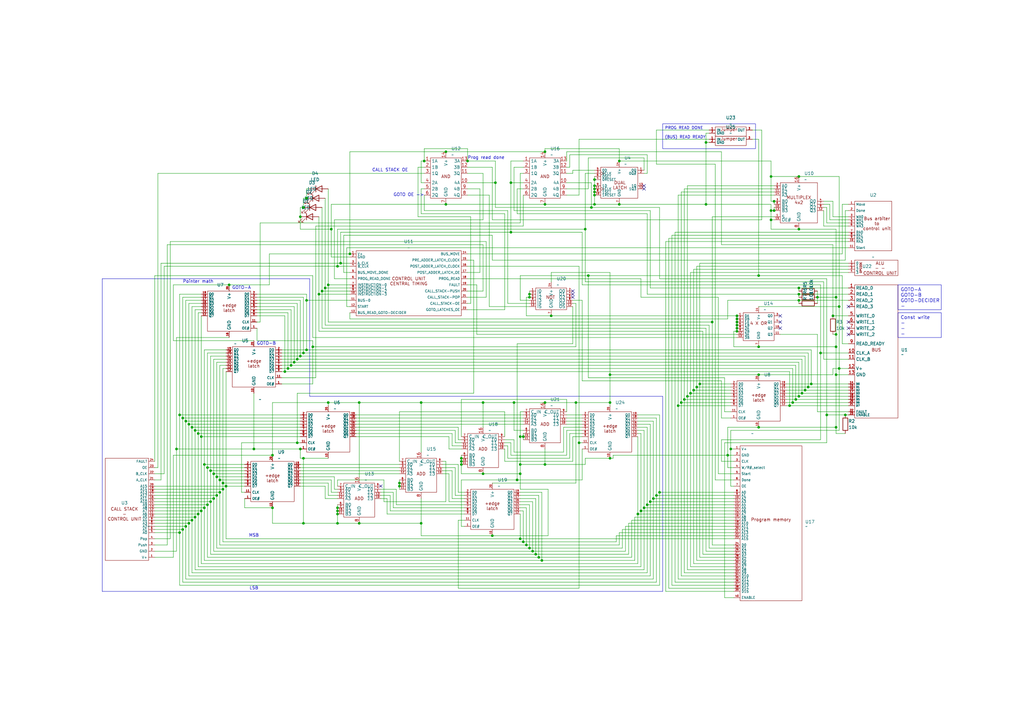
<source format=kicad_sch>
(kicad_sch (version 20231120) (generator "eeschema") (generator_version "8.0")
  (paper "A3")
  (junction (at 223.52 83.82))
  (junction (at 111.76 186.69))
  (junction (at 327.66 118.11))
  (junction (at 73.66 170.18))
  (junction (at 78.74 213.36))
  (junction (at 254 66.04))
  (junction (at 287.02 157.48))
  (junction (at 198.12 165.1))
  (junction (at 292.1 132.08))
  (junction (at 121.92 181.61))
  (junction (at 215.9 223.52))
  (junction (at 77.47 214.63))
  (junction (at 130.81 120.65))
  (junction (at 289.56 83.82))
  (junction (at 214.63 179.07))
  (junction (at 172.72 214.63))
  (junction (at 317.5 86.36))
  (junction (at 135.89 93.98))
  (junction (at 302.26 130.81))
  (junction (at 134.62 165.1))
  (junction (at 201.93 219.71))
  (junction (at 269.24 203.2))
  (junction (at 217.17 121.92))
  (junction (at 241.3 113.03))
  (junction (at 342.9 121.92))
  (junction (at 302.26 133.35))
  (junction (at 104.14 184.15))
  (junction (at 123.19 184.15))
  (junction (at 203.2 74.93))
  (junction (at 331.47 158.75))
  (junction (at 250.19 165.1))
  (junction (at 87.63 194.31))
  (junction (at 163.83 199.39))
  (junction (at 302.26 134.62))
  (junction (at 316.23 72.39))
  (junction (at 242.57 85.09))
  (junction (at 270.51 201.93))
  (junction (at 77.47 173.99))
  (junction (at 323.85 166.37))
  (junction (at 264.16 208.28))
  (junction (at 90.17 196.85))
  (junction (at 91.44 200.66))
  (junction (at 213.36 194.31))
  (junction (at 212.09 196.85))
  (junction (at 299.72 184.15))
  (junction (at 236.22 165.1))
  (junction (at 111.76 208.28))
  (junction (at 266.7 205.74))
  (junction (at 90.17 201.93))
  (junction (at 219.71 227.33))
  (junction (at 281.94 162.56))
  (junction (at 302.26 132.08))
  (junction (at 311.15 113.03))
  (junction (at 213.36 179.07))
  (junction (at 209.55 95.25))
  (junction (at 86.36 193.04))
  (junction (at 163.83 198.12))
  (junction (at 88.9 203.2))
  (junction (at 189.23 189.23))
  (junction (at 326.39 163.83))
  (junction (at 81.28 177.8))
  (junction (at 210.82 165.1))
  (junction (at 280.67 163.83))
  (junction (at 250.19 187.96))
  (junction (at 327.66 162.56))
  (junction (at 243.84 77.47))
  (junction (at 240.03 93.98))
  (junction (at 76.2 172.72))
  (junction (at 335.28 121.92))
  (junction (at 191.77 66.04))
  (junction (at 92.71 199.39))
  (junction (at 311.15 175.26))
  (junction (at 138.43 208.28))
  (junction (at 116.84 152.4))
  (junction (at 198.12 194.31))
  (junction (at 80.01 176.53))
  (junction (at 220.98 228.6))
  (junction (at 125.73 123.19))
  (junction (at 328.93 161.29))
  (junction (at 285.75 158.75))
  (junction (at 250.19 153.67))
  (junction (at 243.84 73.66))
  (junction (at 283.21 161.29))
  (junction (at 138.43 209.55))
  (junction (at 311.15 153.67))
  (junction (at 316.23 90.17))
  (junction (at 327.66 72.39))
  (junction (at 81.28 210.82))
  (junction (at 123.19 88.9))
  (junction (at 189.23 190.5))
  (junction (at 124.46 187.96))
  (junction (at 82.55 179.07))
  (junction (at 214.63 222.25))
  (junction (at 278.13 166.37))
  (junction (at 223.52 62.23))
  (junction (at 119.38 149.86))
  (junction (at 88.9 195.58))
  (junction (at 80.01 212.09))
  (junction (at 344.17 125.73))
  (junction (at 289.56 58.42))
  (junction (at 342.9 175.26))
  (junction (at 226.06 129.54))
  (junction (at 121.92 147.32))
  (junction (at 342.9 153.67))
  (junction (at 341.63 129.54))
  (junction (at 76.2 215.9))
  (junction (at 83.82 190.5))
  (junction (at 125.73 81.28))
  (junction (at 138.43 210.82))
  (junction (at 327.66 123.19))
  (junction (at 72.39 184.15))
  (junction (at 265.43 207.01))
  (junction (at 182.88 83.82))
  (junction (at 284.48 160.02))
  (junction (at 218.44 226.06))
  (junction (at 86.36 205.74))
  (junction (at 132.08 119.38))
  (junction (at 85.09 207.01))
  (junction (at 330.2 160.02))
  (junction (at 243.84 78.74))
  (junction (at 327.66 93.98))
  (junction (at 217.17 224.79))
  (junction (at 311.15 142.24))
  (junction (at 342.9 142.24))
  (junction (at 147.32 214.63))
  (junction (at 243.84 80.01))
  (junction (at 213.36 220.98))
  (junction (at 78.74 175.26))
  (junction (at 120.65 148.59))
  (junction (at 93.98 116.84))
  (junction (at 128.27 142.24))
  (junction (at 223.52 165.1))
  (junction (at 346.71 170.18))
  (junction (at 91.44 198.12))
  (junction (at 173.99 66.04))
  (junction (at 327.66 120.65))
  (junction (at 222.25 229.87))
  (junction (at 325.12 165.1))
  (junction (at 85.09 191.77))
  (junction (at 74.93 171.45))
  (junction (at 243.84 76.2))
  (junction (at 83.82 208.28))
  (junction (at 332.74 157.48))
  (junction (at 74.93 217.17))
  (junction (at 182.88 62.23))
  (junction (at 254 83.82))
  (junction (at 133.35 118.11))
  (junction (at 73.66 218.44))
  (junction (at 302.26 129.54))
  (junction (at 124.46 85.09))
  (junction (at 243.84 83.82))
  (junction (at 134.62 116.84))
  (junction (at 124.46 144.78))
  (junction (at 139.7 107.95))
  (junction (at 336.55 144.78))
  (junction (at 339.09 170.18))
  (junction (at 124.46 214.63))
  (junction (at 123.19 146.05))
  (junction (at 223.52 190.5))
  (junction (at 262.89 209.55))
  (junction (at 267.97 204.47))
  (junction (at 316.23 86.36))
  (junction (at 237.49 181.61))
  (junction (at 172.72 165.1))
  (junction (at 118.11 151.13))
  (junction (at 138.43 109.22))
  (junction (at 217.17 120.65))
  (junction (at 317.5 82.55))
  (junction (at 138.43 214.63))
  (junction (at 189.23 187.96))
  (junction (at 261.62 210.82))
  (junction (at 298.45 186.69))
  (junction (at 209.55 74.93))
  (junction (at 344.17 151.13))
  (junction (at 342.9 137.16))
  (junction (at 82.55 209.55))
  (junction (at 213.36 190.5))
  (junction (at 147.32 165.1))
  (junction (at 302.26 135.89))
  (junction (at 87.63 204.47))
  (junction (at 279.4 165.1))
  (junction (at 143.51 104.14))
  (junction (at 125.73 143.51))
  (no_connect (at 347.98 137.16))
  (no_connect (at 347.98 134.62))
  (no_connect (at 320.04 134.62))
  (no_connect (at 347.98 125.73))
  (no_connect (at 234.95 120.65))
  (no_connect (at 264.16 77.47))
  (no_connect (at 234.95 121.92))
  (no_connect (at 320.04 129.54))
  (no_connect (at 347.98 132.08))
  (no_connect (at 156.21 199.39))
  (no_connect (at 234.95 119.38))
  (no_connect (at 264.16 76.2))
  (no_connect (at 320.04 132.08))
  (wire (pts (xy 210.82 68.58) (xy 214.63 68.58)))
  (wire (pts (xy 278.13 237.49) (xy 300.99 237.49)))
  (wire (pts (xy 237.49 57.15) (xy 237.49 80.01)))
  (wire (pts (xy 194.31 161.29) (xy 121.92 161.29)))
  (wire (pts (xy 300.99 233.68) (xy 281.94 233.68)))
  (wire (pts (xy 341.63 100.33) (xy 295.91 100.33)))
  (wire (pts (xy 237.49 109.22) (xy 191.77 109.22)))
  (wire (pts (xy 116.84 152.4) (xy 323.85 152.4)))
  (wire (pts (xy 285.75 229.87) (xy 300.99 229.87)))
  (wire (pts (xy 186.69 191.77) (xy 186.69 203.2)))
  (wire (pts (xy 232.41 77.47) (xy 241.3 77.47)))
  (wire (pts (xy 63.5 194.31) (xy 67.31 194.31)))
  (polyline (pts (xy 127 162.56) (xy 127 114.3)))
  (wire (pts (xy 116.84 129.54) (xy 116.84 152.4)))
  (wire (pts (xy 300.99 218.44) (xy 254 218.44)))
  (wire (pts (xy 81.28 210.82) (xy 81.28 232.41)))
  (wire (pts (xy 85.09 191.77) (xy 100.33 191.77)))
  (wire (pts (xy 171.45 68.58) (xy 173.99 68.58)))
  (wire (pts (xy 196.85 111.76) (xy 196.85 77.47)))
  (wire (pts (xy 347.98 109.22) (xy 285.75 109.22)))
  (wire (pts (xy 63.5 213.36) (xy 78.74 213.36)))
  (wire (pts (xy 254 66.04) (xy 254 60.96)))
  (wire (pts (xy 322.58 163.83) (xy 326.39 163.83)))
  (wire (pts (xy 347.98 168.91) (xy 335.28 168.91)))
  (wire (pts (xy 213.36 113.03) (xy 213.36 123.19)))
  (wire (pts (xy 73.66 218.44) (xy 73.66 240.03)))
  (wire (pts (xy 275.59 240.03) (xy 300.99 240.03)))
  (wire (pts (xy 339.09 181.61) (xy 297.18 181.61)))
  (wire (pts (xy 302.26 130.81) (xy 302.26 132.08)))
  (wire (pts (xy 280.67 163.83) (xy 280.67 77.47)))
  (wire (pts (xy 83.82 229.87) (xy 222.25 229.87)))
  (wire (pts (xy 234.95 179.07) (xy 238.76 179.07)))
  (wire (pts (xy 345.44 83.82) (xy 345.44 104.14)))
  (wire (pts (xy 189.23 187.96) (xy 189.23 189.23)))
  (wire (pts (xy 123.19 176.53) (xy 80.01 176.53)))
  (wire (pts (xy 300.99 236.22) (xy 279.4 236.22)))
  (wire (pts (xy 340.36 83.82) (xy 340.36 90.17)))
  (wire (pts (xy 232.41 74.93) (xy 242.57 74.93)))
  (wire (pts (xy 252.73 222.25) (xy 214.63 222.25)))
  (wire (pts (xy 198.12 194.31) (xy 213.36 194.31)))
  (wire (pts (xy 342.9 137.16) (xy 342.9 142.24)))
  (wire (pts (xy 86.36 146.05) (xy 86.36 193.04)))
  (wire (pts (xy 323.85 166.37) (xy 347.98 166.37)))
  (wire (pts (xy 143.51 116.84) (xy 134.62 116.84)))
  (wire (pts (xy 210.82 185.42) (xy 231.14 185.42)))
  (wire (pts (xy 283.21 232.41) (xy 300.99 232.41)))
  (wire (pts (xy 83.82 229.87) (xy 83.82 208.28)))
  (wire (pts (xy 63.5 209.55) (xy 82.55 209.55)))
  (wire (pts (xy 213.36 204.47) (xy 219.71 204.47)))
  (wire (pts (xy 342.9 153.67) (xy 342.9 175.26)))
  (wire (pts (xy 335.28 168.91) (xy 335.28 137.16)))
  (wire (pts (xy 302.26 132.08) (xy 302.26 133.35)))
  (wire (pts (xy 76.2 123.19) (xy 76.2 172.72)))
  (wire (pts (xy 322.58 157.48) (xy 332.74 157.48)))
  (wire (pts (xy 63.5 214.63) (xy 77.47 214.63)))
  (wire (pts (xy 194.31 106.68) (xy 194.31 161.29)))
  (wire (pts (xy 209.55 74.93) (xy 214.63 74.93)))
  (wire (pts (xy 77.47 173.99) (xy 77.47 214.63)))
  (wire (pts (xy 327.66 162.56) (xy 327.66 148.59)))
  (wire (pts (xy 81.28 177.8) (xy 123.19 177.8)))
  (wire (pts (xy 217.17 207.01) (xy 217.17 224.79)))
  (wire (pts (xy 115.57 144.78) (xy 124.46 144.78)))
  (wire (pts (xy 322.58 166.37) (xy 323.85 166.37)))
  (wire (pts (xy 133.35 133.35) (xy 133.35 118.11)))
  (wire (pts (xy 275.59 96.52) (xy 347.98 96.52)))
  (wire (pts (xy 92.71 143.51) (xy 83.82 143.51)))
  (wire (pts (xy 186.69 203.2) (xy 190.5 203.2)))
  (wire (pts (xy 231.14 185.42) (xy 231.14 175.26)))
  (wire (pts (xy 185.42 182.88) (xy 185.42 177.8)))
  (wire (pts (xy 278.13 166.37) (xy 278.13 80.01)))
  (wire (pts (xy 261.62 177.8) (xy 262.89 177.8)))
  (wire (pts (xy 317.5 82.55) (xy 317.5 83.82)))
  (wire (pts (xy 298.45 175.26) (xy 311.15 175.26)))
  (wire (pts (xy 189.23 196.85) (xy 189.23 215.9)))
  (wire (pts (xy 254 83.82) (xy 289.56 83.82)))
  (wire (pts (xy 105.41 124.46) (xy 121.92 124.46)))
  (wire (pts (xy 198.12 119.38) (xy 198.12 100.33)))
  (wire (pts (xy 270.51 201.93) (xy 270.51 240.03)))
  (wire (pts (xy 104.14 139.7) (xy 71.12 139.7)))
  (wire (pts (xy 266.7 173.99) (xy 266.7 205.74)))
  (wire (pts (xy 82.55 129.54) (xy 82.55 179.07)))
  (wire (pts (xy 81.28 128.27) (xy 82.55 128.27)))
  (wire (pts (xy 133.35 199.39) (xy 123.19 199.39)))
  (wire (pts (xy 105.41 129.54) (xy 116.84 129.54)))
  (wire (pts (xy 295.91 62.23) (xy 232.41 62.23)))
  (wire (pts (xy 217.17 120.65) (xy 217.17 121.92)))
  (wire (pts (xy 118.11 151.13) (xy 115.57 151.13)))
  (wire (pts (xy 347.98 120.65) (xy 327.66 120.65)))
  (wire (pts (xy 207.01 189.23) (xy 234.95 189.23)))
  (wire (pts (xy 81.28 128.27) (xy 81.28 177.8)))
  (wire (pts (xy 299.72 184.15) (xy 300.99 184.15)))
  (wire (pts (xy 339.09 114.3) (xy 270.51 114.3)))
  (wire (pts (xy 342.9 175.26) (xy 311.15 175.26)))
  (wire (pts (xy 264.16 208.28) (xy 300.99 208.28)))
  (wire (pts (xy 182.88 62.23) (xy 223.52 62.23)))
  (wire (pts (xy 265.43 120.65) (xy 265.43 87.63)))
  (wire (pts (xy 123.19 146.05) (xy 330.2 146.05)))
  (wire (pts (xy 299.72 184.15) (xy 299.72 199.39)))
  (wire (pts (xy 261.62 210.82) (xy 300.99 210.82)))
  (wire (pts (xy 190.5 208.28) (xy 161.29 208.28)))
  (wire (pts (xy 347.98 123.19) (xy 327.66 123.19)))
  (wire (pts (xy 110.49 104.14) (xy 110.49 116.84)))
  (wire (pts (xy 138.43 210.82) (xy 138.43 214.63)))
  (wire (pts (xy 92.71 148.59) (xy 88.9 148.59)))
  (wire (pts (xy 287.02 157.48) (xy 299.72 157.48)))
  (wire (pts (xy 86.36 193.04) (xy 100.33 193.04)))
  (wire (pts (xy 86.36 227.33) (xy 86.36 205.74)))
  (wire (pts (xy 207.01 182.88) (xy 208.28 182.88)))
  (wire (pts (xy 344.17 176.53) (xy 299.72 176.53)))
  (wire (pts (xy 133.35 81.28) (xy 133.35 118.11)))
  (wire (pts (xy 300.99 224.79) (xy 290.83 224.79)))
  (wire (pts (xy 181.61 189.23) (xy 182.88 189.23)))
  (wire (pts (xy 336.55 180.34) (xy 295.91 180.34)))
  (wire (pts (xy 330.2 160.02) (xy 347.98 160.02)))
  (wire (pts (xy 138.43 196.85) (xy 138.43 199.39)))
  (wire (pts (xy 142.24 101.6) (xy 142.24 125.73)))
  (wire (pts (xy 327.66 93.98) (xy 342.9 93.98)))
  (wire (pts (xy 280.67 77.47) (xy 317.5 77.47)))
  (wire (pts (xy 254 60.96) (xy 223.52 60.96)))
  (wire (pts (xy 280.67 163.83) (xy 280.67 234.95)))
  (wire (pts (xy 266.7 86.36) (xy 210.82 86.36)))
  (wire (pts (xy 119.38 149.86) (xy 326.39 149.86)))
  (wire (pts (xy 135.89 201.93) (xy 138.43 201.93)))
  (wire (pts (xy 264.16 176.53) (xy 264.16 208.28)))
  (wire (pts (xy 322.58 161.29) (xy 328.93 161.29)))
  (wire (pts (xy 132.08 134.62) (xy 289.56 134.62)))
  (wire (pts (xy 339.09 91.44) (xy 339.09 85.09)))
  (wire (pts (xy 339.09 170.18) (xy 339.09 181.61)))
  (wire (pts (xy 111.76 186.69) (xy 71.12 186.69)))
  (wire (pts (xy 256.54 226.06) (xy 218.44 226.06)))
  (wire (pts (xy 189.23 190.5) (xy 189.23 194.31)))
  (wire (pts (xy 134.62 165.1) (xy 134.62 166.37)))
  (wire (pts (xy 187.96 201.93) (xy 187.96 190.5)))
  (wire (pts (xy 133.35 118.11) (xy 143.51 118.11)))
  (wire (pts (xy 299.72 168.91) (xy 297.18 168.91)))
  (wire (pts (xy 223.52 83.82) (xy 243.84 83.82)))
  (wire (pts (xy 260.35 229.87) (xy 222.25 229.87)))
  (wire (pts (xy 163.83 198.12) (xy 163.83 199.39)))
  (wire (pts (xy 276.86 95.25) (xy 276.86 238.76)))
  (wire (pts (xy 287.02 228.6) (xy 287.02 157.48)))
  (wire (pts (xy 172.72 74.93) (xy 173.99 74.93)))
  (wire (pts (xy 213.36 210.82) (xy 213.36 220.98)))
  (wire (pts (xy 195.58 116.84) (xy 191.77 116.84)))
  (wire (pts (xy 240.03 115.57) (xy 337.82 115.57)))
  (wire (pts (xy 298.45 186.69) (xy 298.45 175.26)))
  (wire (pts (xy 135.89 93.98) (xy 135.89 105.41)))
  (wire (pts (xy 316.23 83.82) (xy 316.23 86.36)))
  (wire (pts (xy 71.12 186.69) (xy 71.12 228.6)))
  (wire (pts (xy 259.08 213.36) (xy 259.08 228.6)))
  (wire (pts (xy 287.02 107.95) (xy 347.98 107.95)))
  (wire (pts (xy 232.41 186.69) (xy 209.55 186.69)))
  (wire (pts (xy 138.43 196.85) (xy 157.48 196.85)))
  (wire (pts (xy 82.55 209.55) (xy 82.55 231.14)))
  (wire (pts (xy 143.51 109.22) (xy 138.43 109.22)))
  (wire (pts (xy 213.36 209.55) (xy 214.63 209.55)))
  (wire (pts (xy 187.96 241.3) (xy 187.96 213.36)))
  (wire (pts (xy 212.09 196.85) (xy 189.23 196.85)))
  (wire (pts (xy 302.26 134.62) (xy 302.26 135.89)))
  (wire (pts (xy 106.68 132.08) (xy 105.41 132.08)))
  (wire (pts (xy 173.99 86.36) (xy 173.99 80.01)))
  (wire (pts (xy 210.82 165.1) (xy 198.12 165.1)))
  (wire (pts (xy 341.63 153.67) (xy 341.63 151.13)))
  (wire (pts (xy 341.63 82.55) (xy 337.82 82.55)))
  (wire (pts (xy 284.48 160.02) (xy 284.48 110.49)))
  (wire (pts (xy 162.56 207.01) (xy 190.5 207.01)))
  (wire (pts (xy 140.97 96.52) (xy 140.97 111.76)))
  (wire (pts (xy 135.89 105.41) (xy 143.51 105.41)))
  (wire (pts (xy 298.45 191.77) (xy 298.45 186.69)))
  (wire (pts (xy 316.23 93.98) (xy 327.66 93.98)))
  (wire (pts (xy 243.84 69.85) (xy 234.95 69.85)))
  (wire (pts (xy 294.64 121.92) (xy 294.64 194.31)))
  (wire (pts (xy 184.15 179.07) (xy 184.15 184.15)))
  (wire (pts (xy 328.93 161.29) (xy 347.98 161.29)))
  (wire (pts (xy 76.2 237.49) (xy 267.97 237.49)))
  (wire (pts (xy 332.74 157.48) (xy 332.74 143.51)))
  (wire (pts (xy 261.62 176.53) (xy 264.16 176.53)))
  (wire (pts (xy 63.5 223.52) (xy 68.58 223.52)))
  (wire (pts (xy 172.72 165.1) (xy 147.32 165.1)))
  (wire (pts (xy 63.5 205.74) (xy 86.36 205.74)))
  (wire (pts (xy 207.01 127) (xy 191.77 127)))
  (wire (pts (xy 125.73 77.47) (xy 125.73 81.28)))
  (wire (pts (xy 91.44 151.13) (xy 91.44 198.12)))
  (wire (pts (xy 231.14 175.26) (xy 238.76 175.26)))
  (wire (pts (xy 105.41 127) (xy 119.38 127)))
  (wire (pts (xy 297.18 181.61) (xy 297.18 245.11)))
  (wire (pts (xy 254 218.44) (xy 254 223.52)))
  (wire (pts (xy 347.98 144.78) (xy 336.55 144.78)))
  (wire (pts (xy 72.39 184.15) (xy 72.39 138.43)))
  (wire (pts (xy 191.77 60.96) (xy 173.99 60.96)))
  (wire (pts (xy 173.99 66.04) (xy 172.72 66.04)))
  (wire (pts (xy 139.7 95.25) (xy 209.55 95.25)))
  (wire (pts (xy 111.76 214.63) (xy 111.76 208.28)))
  (wire (pts (xy 92.71 199.39) (xy 100.33 199.39)))
  (wire (pts (xy 265.43 71.12) (xy 265.43 63.5)))
  (wire (pts (xy 200.66 80.01) (xy 191.77 80.01)))
  (wire (pts (xy 234.95 71.12) (xy 232.41 71.12)))
  (wire (pts (xy 213.36 123.19) (xy 217.17 123.19)))
  (wire (pts (xy 214.63 168.91) (xy 213.36 168.91)))
  (wire (pts (xy 156.21 203.2) (xy 160.02 203.2)))
  (wire (pts (xy 289.56 54.61) (xy 290.83 54.61)))
  (wire (pts (xy 283.21 161.29) (xy 283.21 232.41)))
  (wire (pts (xy 134.62 77.47) (xy 134.62 116.84)))
  (wire (pts (xy 123.19 146.05) (xy 123.19 123.19)))
  (wire (pts (xy 311.15 153.67) (xy 341.63 153.67)))
  (wire (pts (xy 123.19 85.09) (xy 123.19 88.9)))
  (wire (pts (xy 250.19 166.37) (xy 250.19 165.1)))
  (wire (pts (xy 86.36 227.33) (xy 219.71 227.33)))
  (wire (pts (xy 217.17 121.92) (xy 215.9 121.92)))
  (wire (pts (xy 138.43 214.63) (xy 124.46 214.63)))
  (wire (pts (xy 80.01 127) (xy 80.01 176.53)))
  (wire (pts (xy 213.36 200.66) (xy 224.79 200.66)))
  (wire (pts (xy 238.76 181.61) (xy 237.49 181.61)))
  (wire (pts (xy 212.09 140.97) (xy 234.95 140.97)))
  (wire (pts (xy 317.5 78.74) (xy 279.4 78.74)))
  (wire (pts (xy 104.14 184.15) (xy 72.39 184.15)))
  (wire (pts (xy 285.75 109.22) (xy 285.75 158.75)))
  (wire (pts (xy 86.36 193.04) (xy 86.36 205.74)))
  (wire (pts (xy 115.57 152.4) (xy 116.84 152.4)))
  (wire (pts (xy 140.97 111.76) (xy 143.51 111.76)))
  (wire (pts (xy 207.01 168.91) (xy 207.01 179.07)))
  (wire (pts (xy 299.72 176.53) (xy 299.72 184.15)))
  (wire (pts (xy 64.77 191.77) (xy 63.5 191.77)))
  (wire (pts (xy 143.51 130.81) (xy 143.51 128.27)))
  (wire (pts (xy 203.2 66.04) (xy 191.77 66.04)))
  (wire (pts (xy 232.41 176.53) (xy 232.41 186.69)))
  (wire (pts (xy 278.13 80.01) (xy 317.5 80.01)))
  (wire (pts (xy 243.84 83.82) (xy 254 83.82)))
  (wire (pts (xy 208.28 124.46) (xy 208.28 86.36)))
  (wire (pts (xy 111.76 165.1) (xy 111.76 186.69)))
  (wire (pts (xy 66.04 107.95) (xy 66.04 196.85)))
  (wire (pts (xy 121.92 181.61) (xy 123.19 181.61)))
  (wire (pts (xy 142.24 101.6) (xy 347.98 101.6)))
  (wire (pts (xy 138.43 207.01) (xy 138.43 208.28)))
  (wire (pts (xy 90.17 223.52) (xy 215.9 223.52)))
  (wire (pts (xy 295.91 100.33) (xy 295.91 62.23)))
  (wire (pts (xy 289.56 58.42) (xy 290.83 58.42)))
  (wire (pts (xy 270.51 170.18) (xy 270.51 201.93)))
  (wire (pts (xy 311.15 113.03) (xy 345.44 113.03)))
  (wire (pts (xy 234.95 189.23) (xy 234.95 179.07)))
  (wire (pts (xy 289.56 58.42) (xy 289.56 54.61)))
  (wire (pts (xy 209.55 74.93) (xy 209.55 95.25)))
  (wire (pts (xy 300.99 228.6) (xy 287.02 228.6)))
  (wire (pts (xy 213.36 220.98) (xy 300.99 220.98)))
  (wire (pts (xy 87.63 204.47) (xy 87.63 194.31)))
  (wire (pts (xy 270.51 201.93) (xy 300.99 201.93)))
  (wire (pts (xy 207.01 87.63) (xy 207.01 127)))
  (wire (pts (xy 190.5 210.82) (xy 158.75 210.82)))
  (wire (pts (xy 83.82 143.51) (xy 83.82 190.5)))
  (wire (pts (xy 87.63 147.32) (xy 87.63 194.31)))
  (wire (pts (xy 182.88 189.23) (xy 182.88 205.74)))
  (wire (pts (xy 255.27 224.79) (xy 217.17 224.79)))
  (wire (pts (xy 128.27 138.43) (xy 302.26 138.43)))
  (wire (pts (xy 83.82 190.5) (xy 100.33 190.5)))
  (wire (pts (xy 124.46 187.96) (xy 124.46 214.63)))
  (wire (pts (xy 214.63 66.04) (xy 209.55 66.04)))
  (wire (pts (xy 213.36 194.31) (xy 213.36 200.66)))
  (wire (pts (xy 283.21 111.76) (xy 283.21 161.29)))
  (wire (pts (xy 224.79 219.71) (xy 224.79 200.66)))
  (wire (pts (xy 300.99 242.57) (xy 273.05 242.57)))
  (wire (pts (xy 172.72 165.1) (xy 172.72 185.42)))
  (polyline (pts (xy 41.91 114.3) (xy 127 114.3)))
  (wire (pts (xy 347.98 118.11) (xy 327.66 118.11)))
  (wire (pts (xy 302.26 135.89) (xy 300.99 135.89)))
  (wire (pts (xy 123.19 198.12) (xy 134.62 198.12)))
  (wire (pts (xy 278.13 166.37) (xy 278.13 237.49)))
  (wire (pts (xy 243.84 80.01) (xy 243.84 83.82)))
  (wire (pts (xy 325.12 165.1) (xy 347.98 165.1)))
  (wire (pts (xy 346.71 86.36) (xy 346.71 106.68)))
  (polyline (pts (xy 41.91 114.3) (xy 41.91 242.57)))
  (wire (pts (xy 91.44 198.12) (xy 100.33 198.12)))
  (wire (pts (xy 233.68 177.8) (xy 238.76 177.8)))
  (wire (pts (xy 69.85 99.06) (xy 199.39 99.06)))
  (wire (pts (xy 130.81 120.65) (xy 143.51 120.65)))
  (wire (pts (xy 326.39 149.86) (xy 326.39 163.83)))
  (wire (pts (xy 285.75 158.75) (xy 285.75 229.87)))
  (wire (pts (xy 295.91 189.23) (xy 300.99 189.23)))
  (wire (pts (xy 63.5 203.2) (xy 88.9 203.2)))
  (wire (pts (xy 238.76 196.85) (xy 212.09 196.85)))
  (wire (pts (xy 233.68 68.58) (xy 232.41 68.58)))
  (wire (pts (xy 125.73 120.65) (xy 105.41 120.65)))
  (wire (pts (xy 63.5 228.6) (xy 71.12 228.6)))
  (wire (pts (xy 120.65 125.73) (xy 105.41 125.73)))
  (wire (pts (xy 80.01 176.53) (xy 80.01 212.09)))
  (wire (pts (xy 104.14 184.15) (xy 104.14 161.29)))
  (wire (pts (xy 134.62 165.1) (xy 147.32 165.1)))
  (wire (pts (xy 212.09 77.47) (xy 214.63 77.47)))
  (wire (pts (xy 91.44 222.25) (xy 91.44 200.66)))
  (wire (pts (xy 262.89 114.3) (xy 262.89 121.92)))
  (wire (pts (xy 71.12 116.84) (xy 93.98 116.84)))
  (wire (pts (xy 289.56 134.62) (xy 289.56 226.06)))
  (wire (pts (xy 88.9 224.79) (xy 88.9 203.2)))
  (wire (pts (xy 280.67 234.95) (xy 300.99 234.95)))
  (wire (pts (xy 269.24 203.2) (xy 300.99 203.2)))
  (wire (pts (xy 130.81 135.89) (xy 130.81 120.65)))
  (wire (pts (xy 226.06 129.54) (xy 302.26 129.54)))
  (wire (pts (xy 226.06 115.57) (xy 226.06 111.76)))
  (wire (pts (xy 63.5 215.9) (xy 76.2 215.9)))
  (wire (pts (xy 327.66 120.65) (xy 265.43 120.65)))
  (wire (pts (xy 336.55 144.78) (xy 336.55 180.34)))
  (wire (pts (xy 138.43 93.98) (xy 240.03 93.98)))
  (wire (pts (xy 292.1 88.9) (xy 317.5 88.9)))
  (wire (pts (xy 265.43 175.26) (xy 265.43 207.01)))
  (wire (pts (xy 147.32 165.1) (xy 147.32 195.58)))
  (polyline (pts (xy 271.78 242.57) (xy 271.78 162.56)))
  (wire (pts (xy 347.98 129.54) (xy 341.63 129.54)))
  (wire (pts (xy 124.46 144.78) (xy 331.47 144.78)))
  (wire (pts (xy 273.05 99.06) (xy 273.05 242.57)))
  (wire (pts (xy 261.62 210.82) (xy 261.62 231.14)))
  (wire (pts (xy 198.12 90.17) (xy 137.16 90.17)))
  (wire (pts (xy 308.61 57.15) (xy 311.15 57.15)))
  (wire (pts (xy 327.66 123.19) (xy 298.45 123.19)))
  (wire (pts (xy 182.88 83.82) (xy 223.52 83.82)))
  (wire (pts (xy 335.28 121.92) (xy 342.9 121.92)))
  (wire (pts (xy 299.72 163.83) (xy 280.67 163.83)))
  (wire (pts (xy 215.9 129.54) (xy 226.06 129.54)))
  (wire (pts (xy 292.1 132.08) (xy 292.1 223.52)))
  (wire (pts (xy 92.71 152.4) (xy 92.71 199.39)))
  (wire (pts (xy 316.23 66.04) (xy 316.23 72.39)))
  (wire (pts (xy 284.48 110.49) (xy 347.98 110.49)))
  (wire (pts (xy 317.5 86.36) (xy 316.23 86.36)))
  (wire (pts (xy 147.32 214.63) (xy 172.72 214.63)))
  (wire (pts (xy 325.12 165.1) (xy 325.12 151.13)))
  (wire (pts (xy 222.25 201.93) (xy 222.25 229.87)))
  (wire (pts (xy 290.83 133.35) (xy 290.83 224.79)))
  (wire (pts (xy 191.77 104.14) (xy 345.44 104.14)))
  (wire (pts (xy 124.46 81.28) (xy 124.46 85.09)))
  (wire (pts (xy 146.05 172.72) (xy 214.63 172.72)))
  (wire (pts (xy 213.36 205.74) (xy 218.44 205.74)))
  (wire (pts (xy 342.9 142.24) (xy 342.9 153.67)))
  (wire (pts (xy 123.19 191.77) (xy 163.83 191.77)))
  (wire (pts (xy 233.68 187.96) (xy 233.68 177.8)))
  (wire (pts (xy 68.58 100.33) (xy 68.58 223.52)))
  (wire (pts (xy 214.63 71.12) (xy 213.36 71.12)))
  (wire (pts (xy 187.96 180.34) (xy 187.96 175.26)))
  (wire (pts (xy 199.39 99.06) (xy 199.39 121.92)))
  (wire (pts (xy 276.86 238.76) (xy 300.99 238.76)))
  (wire (pts (xy 78.74 175.26) (xy 123.19 175.26)))
  (wire (pts (xy 344.17 151.13) (xy 344.17 176.53)))
  (wire (pts (xy 209.55 181.61) (xy 207.01 181.61)))
  (wire (pts (xy 332.74 157.48) (xy 347.98 157.48)))
  (wire (pts (xy 73.66 170.18) (xy 123.19 170.18)))
  (wire (pts (xy 341.63 137.16) (xy 342.9 137.16)))
  (wire (pts (xy 198.12 100.33) (xy 68.58 100.33)))
  (wire (pts (xy 105.41 121.92) (xy 124.46 121.92)))
  (wire (pts (xy 284.48 231.14) (xy 284.48 160.02)))
  (wire (pts (xy 92.71 146.05) (xy 86.36 146.05)))
  (wire (pts (xy 300.99 135.89) (xy 300.99 142.24)))
  (wire (pts (xy 129.54 154.94) (xy 129.54 92.71)))
  (wire (pts (xy 63.5 212.09) (xy 80.01 212.09)))
  (wire (pts (xy 288.29 227.33) (xy 288.29 135.89)))
  (wire (pts (xy 254 223.52) (xy 215.9 223.52)))
  (wire (pts (xy 241.3 77.47) (xy 241.3 64.77)))
  (wire (pts (xy 226.06 111.76) (xy 250.19 111.76)))
  (wire (pts (xy 88.9 148.59) (xy 88.9 195.58)))
  (wire (pts (xy 172.72 204.47) (xy 172.72 214.63)))
  (wire (pts (xy 265.43 63.5) (xy 233.68 63.5)))
  (wire (pts (xy 327.66 120.65) (xy 327.66 121.92)))
  (wire (pts (xy 322.58 162.56) (xy 327.66 162.56)))
  (wire (pts (xy 163.83 199.39) (xy 163.83 200.66)))
  (wire (pts (xy 158.75 210.82) (xy 158.75 204.47)))
  (wire (pts (xy 90.17 196.85) (xy 100.33 196.85)))
  (wire (pts (xy 189.23 186.69) (xy 189.23 187.96)))
  (wire (pts (xy 172.72 219.71) (xy 201.93 219.71)))
  (wire (pts (xy 236.22 142.24) (xy 128.27 142.24)))
  (wire (pts (xy 134.62 132.08) (xy 292.1 132.08)))
  (wire (pts (xy 191.77 71.12) (xy 198.12 71.12)))
  (wire (pts (xy 232.41 62.23) (xy 232.41 66.04)))
  (wire (pts (xy 347.98 88.9) (xy 341.63 88.9)))
  (wire (pts (xy 256.54 215.9) (xy 256.54 226.06)))
  (wire (pts (xy 130.81 135.89) (xy 288.29 135.89)))
  (wire (pts (xy 327.66 162.56) (xy 347.98 162.56)))
  (wire (pts (xy 137.16 114.3) (xy 143.51 114.3)))
  (wire (pts (xy 279.4 78.74) (xy 279.4 165.1)))
  (wire (pts (xy 241.3 154.94) (xy 241.3 113.03)))
  (wire (pts (xy 232.41 171.45) (xy 238.76 171.45)))
  (wire (pts (xy 295.91 171.45) (xy 295.91 156.21)))
  (wire (pts (xy 241.3 64.77) (xy 264.16 64.77)))
  (wire (pts (xy 91.44 200.66) (xy 91.44 198.12)))
  (wire (pts (xy 316.23 72.39) (xy 327.66 72.39)))
  (wire (pts (xy 120.65 148.59) (xy 115.57 148.59)))
  (polyline (pts (xy 41.91 242.57) (xy 271.78 242.57)))
  (wire (pts (xy 327.66 148.59) (xy 120.65 148.59)))
  (wire (pts (xy 201.93 90.17) (xy 312.42 90.17)))
  (wire (pts (xy 208.28 182.88) (xy 208.28 187.96)))
  (wire (pts (xy 242.57 85.09) (xy 203.2 85.09)))
  (wire (pts (xy 185.42 193.04) (xy 185.42 204.47)))
  (wire (pts (xy 77.47 173.99) (xy 123.19 173.99)))
  (wire (pts (xy 341.63 151.13) (xy 344.17 151.13)))
  (wire (pts (xy 251.46 187.96) (xy 250.19 187.96)))
  (wire (pts (xy 275.59 96.52) (xy 275.59 240.03)))
  (wire (pts (xy 162.56 200.66) (xy 162.56 207.01)))
  (wire (pts (xy 187.96 213.36) (xy 190.5 213.36)))
  (wire (pts (xy 123.19 146.05) (xy 115.57 146.05)))
  (wire (pts (xy 74.93 121.92) (xy 74.93 171.45)))
  (wire (pts (xy 232.41 163.83) (xy 232.41 168.91)))
  (wire (pts (xy 214.63 209.55) (xy 214.63 222.25)))
  (wire (pts (xy 85.09 228.6) (xy 85.09 207.01)))
  (wire (pts (xy 76.2 172.72) (xy 123.19 172.72)))
  (wire (pts (xy 143.51 62.23) (xy 182.88 62.23)))
  (wire (pts (xy 212.09 87.63) (xy 212.09 77.47)))
  (wire (pts (xy 123.19 123.19) (xy 105.41 123.19)))
  (wire (pts (xy 64.77 71.12) (xy 64.77 191.77)))
  (wire (pts (xy 297.18 245.11) (xy 300.99 245.11)))
  (wire (pts (xy 335.28 121.92) (xy 335.28 124.46)))
  (wire (pts (xy 238.76 184.15) (xy 238.76 196.85)))
  (wire (pts (xy 287.02 157.48) (xy 287.02 107.95)))
  (wire (pts (xy 345.44 113.03) (xy 345.44 140.97)))
  (wire (pts (xy 218.44 205.74) (xy 218.44 226.06)))
  (wire (pts (xy 234.95 69.85) (xy 234.95 71.12)))
  (wire (pts (xy 336.55 144.78) (xy 336.55 116.84)))
  (wire (pts (xy 182.88 83.82) (xy 135.89 83.82)))
  (wire (pts (xy 281.94 162.56) (xy 299.72 162.56)))
  (wire (pts (xy 232.41 170.18) (xy 238.76 170.18)))
  (wire (pts (xy 341.63 129.54) (xy 341.63 100.33)))
  (wire (pts (xy 135.89 83.82) (xy 135.89 93.98)))
  (wire (pts (xy 76.2 172.72) (xy 76.2 215.9)))
  (wire (pts (xy 173.99 60.96) (xy 173.99 66.04)))
  (wire (pts (xy 234.95 124.46) (xy 236.22 124.46)))
  (wire (pts (xy 284.48 160.02) (xy 299.72 160.02)))
  (wire (pts (xy 121.92 161.29) (xy 121.92 181.61)))
  (wire (pts (xy 99.06 181.61) (xy 99.06 201.93)))
  (wire (pts (xy 297.18 154.94) (xy 241.3 154.94)))
  (wire (pts (xy 187.96 201.93) (xy 190.5 201.93)))
  (wire (pts (xy 74.93 171.45) (xy 74.93 217.17)))
  (wire (pts (xy 63.5 217.17) (xy 74.93 217.17)))
  (wire (pts (xy 125.73 123.19) (xy 143.51 123.19)))
  (wire (pts (xy 279.4 165.1) (xy 299.72 165.1)))
  (wire (pts (xy 189.23 215.9) (xy 190.5 215.9)))
  (wire (pts (xy 105.41 139.7) (xy 105.41 134.62)))
  (wire (pts (xy 137.16 200.66) (xy 137.16 195.58)))
  (wire (pts (xy 195.58 137.16) (xy 302.26 137.16)))
  (wire (pts (xy 298.45 130.81) (xy 143.51 130.81)))
  (wire (pts (xy 128.27 139.7) (xy 128.27 142.24)))
  (wire (pts (xy 340.36 90.17) (xy 347.98 90.17)))
  (wire (pts (xy 191.77 119.38) (xy 198.12 119.38)))
  (wire (pts (xy 198.12 71.12) (xy 198.12 90.17)))
  (wire (pts (xy 125.73 143.51) (xy 115.57 143.51)))
  (wire (pts (xy 300.99 191.77) (xy 298.45 191.77)))
  (wire (pts (xy 87.63 194.31) (xy 100.33 194.31)))
  (wire (pts (xy 134.62 116.84) (xy 134.62 132.08)))
  (wire (pts (xy 172.72 87.63) (xy 207.01 87.63)))
  (wire (pts (xy 238.76 156.21) (xy 238.76 123.19)))
  (wire (pts (xy 281.94 233.68) (xy 281.94 162.56)))
  (wire (pts (xy 142.24 125.73) (xy 143.51 125.73)))
  (wire (pts (xy 120.65 148.59) (xy 120.65 125.73)))
  (wire (pts (xy 269.24 53.34) (xy 290.83 53.34)))
  (wire (pts (xy 63.5 199.39) (xy 92.71 199.39)))
  (wire (pts (xy 297.18 168.91) (xy 297.18 154.94)))
  (wire (pts (xy 129.54 92.71) (xy 214.63 92.71)))
  (wire (pts (xy 232.41 163.83) (xy 189.23 163.83)))
  (wire (pts (xy 78.74 213.36) (xy 78.74 234.95)))
  (wire (pts (xy 88.9 195.58) (xy 100.33 195.58)))
  (wire (pts (xy 189.23 180.34) (xy 187.96 180.34)))
  (wire (pts (xy 302.26 129.54) (xy 302.26 130.81)))
  (wire (pts (xy 257.81 227.33) (xy 219.71 227.33)))
  (wire (pts (xy 125.73 123.19) (xy 125.73 120.65)))
  (wire (pts (xy 130.81 88.9) (xy 130.81 120.65)))
  (wire (pts (xy 316.23 86.36) (xy 316.23 90.17)))
  (wire (pts (xy 63.5 220.98) (xy 69.85 220.98)))
  (wire (pts (xy 208.28 86.36) (xy 173.99 86.36)))
  (wire (pts (xy 199.39 121.92) (xy 191.77 121.92)))
  (wire (pts (xy 213.36 203.2) (xy 220.98 203.2)))
  (wire (pts (xy 77.47 214.63) (xy 77.47 236.22)))
  (wire (pts (xy 300.99 199.39) (xy 299.72 199.39)))
  (wire (pts (xy 128.27 138.43) (xy 128.27 113.03)))
  (wire (pts (xy 300.99 213.36) (xy 259.08 213.36)))
  (wire (pts (xy 342.9 153.67) (xy 347.98 153.67)))
  (wire (pts (xy 345.44 140.97) (xy 347.98 140.97)))
  (wire (pts (xy 133.35 204.47) (xy 138.43 204.47)))
  (wire (pts (xy 342.9 175.26) (xy 342.9 177.8)))
  (wire (pts (xy 78.74 175.26) (xy 78.74 213.36)))
  (wire (pts (xy 81.28 177.8) (xy 81.28 210.82)))
  (wire (pts (xy 123.19 179.07) (xy 82.55 179.07)))
  (wire (pts (xy 115.57 147.32) (xy 121.92 147.32)))
  (wire (pts (xy 311.15 142.24) (xy 342.9 142.24)))
  (wire (pts (xy 189.23 194.31) (xy 198.12 194.31)))
  (wire (pts (xy 316.23 90.17) (xy 316.23 93.98)))
  (wire (pts (xy 210.82 180.34) (xy 210.82 185.42)))
  (wire (pts (xy 223.52 60.96) (xy 223.52 62.23)))
  (wire (pts (xy 252.73 219.71) (xy 300.99 219.71)))
  (wire (pts (xy 252.73 222.25) (xy 252.73 219.71)))
  (wire (pts (xy 295.91 156.21) (xy 238.76 156.21)))
  (wire (pts (xy 173.99 77.47) (xy 172.72 77.47)))
  (wire (pts (xy 87.63 226.06) (xy 87.63 204.47)))
  (wire (pts (xy 90.17 223.52) (xy 90.17 201.93)))
  (wire (pts (xy 299.72 166.37) (xy 278.13 166.37)))
  (wire (pts (xy 138.43 208.28) (xy 138.43 209.55)))
  (wire (pts (xy 347.98 86.36) (xy 346.71 86.36)))
  (wire (pts (xy 241.3 113.03) (xy 311.15 113.03)))
  (wire (pts (xy 121.92 147.32) (xy 328.93 147.32)))
  (wire (pts (xy 311.15 57.15) (xy 311.15 113.03)))
  (wire (pts (xy 161.29 208.28) (xy 161.29 201.93)))
  (wire (pts (xy 260.35 229.87) (xy 260.35 212.09)))
  (wire (pts (xy 236.22 165.1) (xy 250.19 165.1)))
  (wire (pts (xy 223.52 184.15) (xy 223.52 190.5)))
  (wire (pts (xy 217.17 125.73) (xy 200.66 125.73)))
  (wire (pts (xy 261.62 175.26) (xy 265.43 175.26)))
  (wire (pts (xy 251.46 186.69) (xy 251.46 187.96)))
  (wire (pts (xy 302.26 133.35) (xy 302.26 134.62)))
  (wire (pts (xy 156.21 200.66) (xy 162.56 200.66)))
  (wire (pts (xy 200.66 125.73) (xy 200.66 80.01)))
  (wire (pts (xy 346.71 170.18) (xy 339.09 170.18)))
  (wire (pts (xy 213.36 71.12) (xy 213.36 91.44)))
  (wire (pts (xy 213.36 190.5) (xy 213.36 194.31)))
  (wire (pts (xy 67.31 194.31) (xy 67.31 109.22)))
  (wire (pts (xy 238.76 95.25) (xy 209.55 95.25)))
  (wire (pts (xy 201.93 198.12) (xy 236.22 198.12)))
  (wire (pts (xy 213.36 168.91) (xy 213.36 179.07)))
  (wire (pts (xy 316.23 82.55) (xy 316.23 72.39)))
  (wire (pts (xy 237.49 181.61) (xy 237.49 241.3)))
  (wire (pts (xy 267.97 204.47) (xy 267.97 237.49)))
  (wire (pts (xy 83.82 208.28) (xy 83.82 190.5)))
  (wire (pts (xy 243.84 71.12) (xy 240.03 71.12)))
  (wire (pts (xy 73.66 120.65) (xy 82.55 120.65)))
  (wire (pts (xy 139.7 107.95) (xy 143.51 107.95)))
  (wire (pts (xy 134.62 203.2) (xy 134.62 198.12)))
  (wire (pts (xy 214.63 80.01) (xy 214.63 92.71)))
  (wire (pts (xy 201.93 90.17) (xy 201.93 68.58)))
  (wire (pts (xy 347.98 97.79) (xy 274.32 97.79)))
  (wire (pts (xy 344.17 72.39) (xy 327.66 72.39)))
  (wire (pts (xy 347.98 91.44) (xy 339.09 91.44)))
  (wire (pts (xy 342.9 177.8) (xy 346.71 177.8)))
  (wire (pts (xy 209.55 186.69) (xy 209.55 181.61)))
  (wire (pts (xy 90.17 196.85) (xy 90.17 149.86)))
  (wire (pts (xy 203.2 85.09) (xy 203.2 74.93)))
  (wire (pts (xy 193.04 88.9) (xy 171.45 88.9)))
  (wire (pts (xy 72.39 226.06) (xy 63.5 226.06)))
  (wire (pts (xy 223.52 165.1) (xy 210.82 165.1)))
  (wire (pts (xy 347.98 83.82) (xy 345.44 83.82)))
  (wire (pts (xy 250.19 153.67) (xy 250.19 165.1)))
  (wire (pts (xy 123.19 184.15) (xy 123.19 187.96)))
  (wire (pts (xy 138.43 209.55) (xy 138.43 210.82)))
  (wire (pts (xy 237.49 241.3) (xy 187.96 241.3)))
  (wire (pts (xy 147.32 214.63) (xy 138.43 214.63)))
  (wire (pts (xy 186.69 176.53) (xy 186.69 181.61)))
  (wire (pts (xy 265.43 207.01) (xy 265.43 234.95)))
  (wire (pts (xy 339.09 170.18) (xy 339.09 114.3)))
  (wire (pts (xy 139.7 107.95) (xy 66.04 107.95)))
  (wire (pts (xy 85.09 207.01) (xy 85.09 191.77)))
  (wire (pts (xy 311.15 153.67) (xy 250.19 153.67)))
  (wire (pts (xy 106.68 91.44) (xy 106.68 132.08)))
  (wire (pts (xy 331.47 144.78) (xy 331.47 158.75)))
  (wire (pts (xy 198.12 165.1) (xy 172.72 165.1)))
  (wire (pts (xy 264.16 71.12) (xy 265.43 71.12)))
  (wire (pts (xy 123.19 195.58) (xy 137.16 195.58)))
  (wire (pts (xy 217.17 119.38) (xy 217.17 120.65)))
  (wire (pts (xy 312.42 53.34) (xy 308.61 53.34)))
  (wire (pts (xy 172.72 66.04) (xy 172.72 74.93)))
  (wire (pts (xy 172.72 214.63) (xy 172.72 219.71)))
  (wire (pts (xy 69.85 220.98) (xy 69.85 99.06)))
  (wire (pts (xy 76.2 215.9) (xy 76.2 237.49)))
  (wire (pts (xy 146.05 176.53) (xy 186.69 176.53)))
  (wire (pts (xy 189.23 163.83) (xy 189.23 179.07)))
  (wire (pts (xy 219.71 204.47) (xy 219.71 227.33)))
  (wire (pts (xy 279.4 236.22) (xy 279.4 165.1)))
  (wire (pts (xy 127 77.47) (xy 125.73 77.47)))
  (wire (pts (xy 217.17 124.46) (xy 208.28 124.46)))
  (wire (pts (xy 347.98 147.32) (xy 337.82 147.32)))
  (wire (pts (xy 267.97 172.72) (xy 267.97 204.47)))
  (wire (pts (xy 191.77 114.3) (xy 262.89 114.3)))
  (wire (pts (xy 93.98 116.84) (xy 110.49 116.84)))
  (wire (pts (xy 181.61 194.31) (xy 184.15 194.31)))
  (wire (pts (xy 214.63 179.07) (xy 214.63 180.34)))
  (wire (pts (xy 300.99 215.9) (xy 256.54 215.9)))
  (wire (pts (xy 85.09 191.77) (xy 85.09 144.78)))
  (wire (pts (xy 63.5 201.93) (xy 90.17 201.93)))
  (wire (pts (xy 262.89 209.55) (xy 300.99 209.55)))
  (wire (pts (xy 269.24 203.2) (xy 269.24 238.76)))
  (wire (pts (xy 125.73 81.28) (xy 124.46 81.28)))
  (wire (pts (xy 243.84 77.47) (xy 243.84 78.74)))
  (wire (pts (xy 195.58 137.16) (xy 195.58 116.84)))
  (wire (pts (xy 66.04 196.85) (xy 63.5 196.85)))
  (wire (pts (xy 63.5 189.23) (xy 63.5 113.03)))
  (wire (pts (xy 146.05 179.07) (xy 184.15 179.07)))
  (wire (pts (xy 146.05 173.99) (xy 214.63 173.99)))
  (wire (pts (xy 210.82 176.53) (xy 210.82 165.1)))
  (wire (pts (xy 134.62 165.1) (xy 111.76 165.1)))
  (wire (pts (xy 236.22 165.1) (xy 223.52 165.1)))
  (wire (pts (xy 76.2 123.19) (xy 82.55 123.19)))
  (wire (pts (xy 72.39 184.15) (xy 72.39 226.06)))
  (wire (pts (xy 261.62 173.99) (xy 266.7 173.99)))
  (wire (pts (xy 327.66 118.11) (xy 327.66 119.38)))
  (wire (pts (xy 273.05 99.06) (xy 347.98 99.06)))
  (wire (pts (xy 289.56 83.82) (xy 316.23 83.82)))
  (wire (pts (xy 337.82 86.36) (xy 337.82 92.71)))
  (wire (pts (xy 123.19 93.98) (xy 135.89 93.98)))
  (wire (pts (xy 299.72 171.45) (xy 295.91 171.45)))
  (wire (pts (xy 237.49 181.61) (xy 237.49 109.22)))
  (wire (pts (xy 123.19 184.15) (xy 104.14 184.15)))
  (wire (pts (xy 240.03 71.12) (xy 240.03 93.98)))
  (wire (pts (xy 299.72 161.29) (xy 283.21 161.29)))
  (wire (pts (xy 292.1 88.9) (xy 292.1 132.08)))
  (wire (pts (xy 213.36 190.5) (xy 223.52 190.5)))
  (wire (pts (xy 250.19 111.76) (xy 250.19 153.67)))
  (wire (pts (xy 201.93 219.71) (xy 224.79 219.71)))
  (wire (pts (xy 115.57 149.86) (xy 119.38 149.86)))
  (wire (pts (xy 327.66 118.11) (xy 266.7 118.11)))
  (wire (pts (xy 261.62 170.18) (xy 270.51 170.18)))
  (wire (pts (xy 67.31 109.22) (xy 138.43 109.22)))
  (wire (pts (xy 243.84 73.66) (xy 243.84 76.2)))
  (wire (pts (xy 63.5 207.01) (xy 85.09 207.01)))
  (wire (pts (xy 270.51 114.3) (xy 270.51 85.09)))
  (polyline (pts (xy 127 162.56) (xy 271.78 162.56)))
  (wire (pts (xy 243.84 76.2) (xy 243.84 77.47)))
  (wire (pts (xy 99.06 201.93) (xy 100.33 201.93)))
  (wire (pts (xy 270.51 85.09) (xy 242.57 85.09)))
  (wire (pts (xy 259.08 228.6) (xy 220.98 228.6)))
  (wire (pts (xy 243.84 78.74) (xy 243.84 80.01)))
  (wire (pts (xy 232.41 172.72) (xy 238.76 172.72)))
  (wire (pts (xy 121.92 124.46) (xy 121.92 147.32)))
  (wire (pts (xy 267.97 204.47) (xy 300.99 204.47)))
  (wire (pts (xy 342.9 93.98) (xy 342.9 121.92)))
  (wire (pts (xy 92.71 199.39) (xy 92.71 220.98)))
  (wire (pts (xy 85.09 144.78) (xy 92.71 144.78)))
  (wire (pts (xy 123.19 196.85) (xy 135.89 196.85)))
  (wire (pts (xy 203.2 74.93) (xy 203.2 66.04)))
  (wire (pts (xy 328.93 147.32) (xy 328.93 161.29)))
  (wire (pts (xy 92.71 151.13) (xy 91.44 151.13)))
  (wire (pts (xy 331.47 158.75) (xy 347.98 158.75)))
  (wire (pts (xy 160.02 203.2) (xy 160.02 209.55)))
  (wire (pts (xy 87.63 147.32) (xy 92.71 147.32)))
  (wire (pts (xy 289.56 226.06) (xy 300.99 226.06)))
  (wire (pts (xy 191.77 106.68) (xy 194.31 106.68)))
  (wire (pts (xy 138.43 203.2) (xy 134.62 203.2)))
  (wire (pts (xy 125.73 143.51) (xy 125.73 123.19)))
  (wire (pts (xy 193.04 124.46) (xy 193.04 88.9)))
  (wire (pts (xy 266.7 205.74) (xy 300.99 205.74)))
  (wire (pts (xy 135.89 196.85) (xy 135.89 201.93)))
  (wire (pts (xy 262.89 209.55) (xy 262.89 232.41)))
  (wire (pts (xy 254 66.04) (xy 316.23 66.04)))
  (wire (pts (xy 347.98 95.25) (xy 276.86 95.25)))
  (wire (pts (xy 347.98 151.13) (xy 344.17 151.13)))
  (wire (pts (xy 317.5 85.09) (xy 317.5 86.36)))
  (wire (pts (xy 90.17 149.86) (xy 92.71 149.86)))
  (wire (pts (xy 262.89 177.8) (xy 262.89 209.55)))
  (wire (pts (xy 322.58 160.02) (xy 330.2 160.02)))
  (wire (pts (xy 123.19 190.5) (xy 163.83 190.5)))
  (wire (pts (xy 337.82 92.71) (xy 347.98 92.71)))
  (wire (pts (xy 123.19 187.96) (xy 124.46 187.96)))
  (wire (pts (xy 243.84 72.39) (xy 243.84 73.66)))
  (wire (pts (xy 146.05 175.26) (xy 187.96 175.26)))
  (wire (pts (xy 124.46 187.96) (xy 134.62 187.96)))
  (wire (pts (xy 138.43 200.66) (xy 137.16 200.66)))
  (wire (pts (xy 143.51 104.14) (xy 110.49 104.14)))
  (wire (pts (xy 184.15 194.31) (xy 184.15 205.74)))
  (wire (pts (xy 238.76 95.25) (xy 238.76 116.84)))
  (wire (pts (xy 325.12 151.13) (xy 118.11 151.13)))
  (wire (pts (xy 266.7 205.74) (xy 266.7 236.22)))
  (wire (pts (xy 78.74 234.95) (xy 265.43 234.95)))
  (wire (pts (xy 137.16 90.17) (xy 137.16 114.3)))
  (wire (pts (xy 290.83 57.15) (xy 237.49 57.15)))
  (wire (pts (xy 63.5 218.44) (xy 73.66 218.44)))
  (wire (pts (xy 298.45 186.69) (xy 300.99 186.69)))
  (wire (pts (xy 73.66 240.03) (xy 270.51 240.03)))
  (wire (pts (xy 88.9 224.79) (xy 217.17 224.79)))
  (wire (pts (xy 160.02 209.55) (xy 190.5 209.55)))
  (wire (pts (xy 300.99 227.33) (xy 288.29 227.33)))
  (wire (pts (xy 238.76 123.19) (xy 234.95 123.19)))
  (wire (pts (xy 63.5 210.82) (xy 81.28 210.82)))
  (wire (pts (xy 236.22 165.1) (xy 236.22 198.12)))
  (wire (pts (xy 189.23 189.23) (xy 189.23 190.5)))
  (wire (pts (xy 74.93 217.17) (xy 74.93 238.76)))
  (wire (pts (xy 264.16 208.28) (xy 264.16 233.68)))
  (wire (pts (xy 90.17 201.93) (xy 90.17 196.85)))
  (wire (pts (xy 213.36 208.28) (xy 215.9 208.28)))
  (wire (pts (xy 124.46 121.92) (xy 124.46 144.78)))
  (wire (pts (xy 207.01 184.15) (xy 207.01 189.23)))
  (wire (pts (xy 344.17 151.13) (xy 344.17 125.73)))
  (wire (pts (xy 128.27 142.24) (xy 128.27 157.48)))
  (wire (pts (xy 336.55 116.84) (xy 238.76 116.84)))
  (wire (pts (xy 88.9 203.2) (xy 88.9 195.58)))
  (wire (pts (xy 261.62 172.72) (xy 267.97 172.72)))
  (wire (pts (xy 294.64 194.31) (xy 300.99 194.31)))
  (wire (pts (xy 208.28 187.96) (xy 233.68 187.96)))
  (wire (pts (xy 346.71 106.68) (xy 201.93 106.68)))
  (wire (pts (xy 173.99 71.12) (xy 64.77 71.12)))
  (wire (pts (xy 214.63 177.8) (xy 214.63 179.07)))
  (wire (pts (xy 74.93 171.45) (xy 123.19 171.45)))
  (wire (pts (xy 115.57 154.94) (xy 129.54 154.94)))
  (wire (pts (xy 82.55 231.14) (xy 261.62 231.14)))
  (wire (pts (xy 100.33 204.47) (xy 100.33 208.28)))
  (wire (pts (xy 181.61 191.77) (xy 186.69 191.77)))
  (wire (pts (xy 213.36 179.07) (xy 213.36 190.5)))
  (wire (pts (xy 292.1 223.52) (xy 300.99 223.52)))
  (wire (pts (xy 128.27 139.7) (xy 105.41 139.7)))
  (wire (pts (xy 241.3 113.03) (xy 213.36 113.03)))
  (wire (pts (xy 213.36 91.44) (xy 106.68 91.44)))
  (wire (pts (xy 207.01 168.91) (xy 163.83 168.91)))
  (wire (pts (xy 100.33 208.28) (xy 111.76 208.28)))
  (wire (pts (xy 77.47 236.22) (xy 266.7 236.22)))
  (wire (pts (xy 213.36 201.93) (xy 222.25 201.93)))
  (wire (pts (xy 335.28 137.16) (xy 320.04 137.16)))
  (wire (pts (xy 240.03 187.96) (xy 240.03 190.5)))
  (wire (pts (xy 260.35 212.09) (xy 300.99 212.09)))
  (wire (pts (xy 146.05 171.45) (xy 214.63 171.45)))
  (wire (pts (xy 143.51 119.38) (xy 132.08 119.38)))
  (wire (pts (xy 81.28 232.41) (xy 262.89 232.41)))
  (wire (pts (xy 327.66 123.19) (xy 327.66 124.46)))
  (wire (pts (xy 182.88 205.74) (xy 157.48 205.74)))
  (wire (pts (xy 262.89 121.92) (xy 294.64 121.92)))
  (wire (pts (xy 322.58 165.1) (xy 325.12 165.1)))
  (wire (pts (xy 300.99 231.14) (xy 284.48 231.14)))
  (wire (pts (xy 232.41 173.99) (xy 238.76 173.99)))
  (wire (pts (xy 215.9 121.92) (xy 215.9 129.54)))
  (wire (pts (xy 158.75 204.47) (xy 156.21 204.47)))
  (wire (pts (xy 281.94 76.2) (xy 281.94 162.56)))
  (wire (pts (xy 191.77 66.04) (xy 191.77 60.96)))
  (wire (pts (xy 317.5 82.55) (xy 316.23 82.55)))
  (wire (pts (xy 295.91 180.34) (xy 295.91 189.23)))
  (wire (pts (xy 342.9 121.92) (xy 342.9 137.16)))
  (wire (pts (xy 143.51 104.14) (xy 143.51 62.23)))
  (wire (pts (xy 298.45 186.69) (xy 251.46 186.69)))
  (wire (pts (xy 233.68 63.5) (xy 233.68 68.58)))
  (wire (pts (xy 347.98 170.18) (xy 346.71 170.18)))
  (wire (pts (xy 332.74 143.51) (xy 125.73 143.51)))
  (wire (pts (xy 185.42 204.47) (xy 190.5 204.47)))
  (wire (pts (xy 299.72 158.75) (xy 285.75 158.75)))
  (wire (pts (xy 198.12 165.1) (xy 198.12 175.26)))
  (wire (pts (xy 213.36 207.01) (xy 217.17 207.01)))
  (wire (pts (xy 74.93 238.76) (xy 269.24 238.76)))
  (wire (pts (xy 201.93 96.52) (xy 140.97 96.52)))
  (wire (pts (xy 261.62 171.45) (xy 269.24 171.45)))
  (wire (pts (xy 78.74 125.73) (xy 82.55 125.73)))
  (wire (pts (xy 312.42 90.17) (xy 312.42 53.34)))
  (wire (pts (xy 171.45 88.9) (xy 171.45 68.58)))
  (wire (pts (xy 138.43 109.22) (xy 138.43 93.98)))
  (wire (pts (xy 82.55 179.07) (xy 82.55 209.55)))
  (wire (pts (xy 257.81 214.63) (xy 300.99 214.63)))
  (wire (pts (xy 330.2 160.02) (xy 330.2 146.05)))
  (wire (pts (xy 341.63 88.9) (xy 341.63 82.55)))
  (wire (pts (xy 289.56 58.42) (xy 289.56 83.82)))
  (wire (pts (xy 344.17 125.73) (xy 344.17 72.39)))
  (wire (pts (xy 234.95 140.97) (xy 234.95 125.73)))
  (wire (pts (xy 196.85 77.47) (xy 191.77 77.47)))
  (wire (pts (xy 124.46 85.09) (xy 123.19 85.09)))
  (wire (pts (xy 146.05 170.18) (xy 214.63 170.18)))
  (wire (pts (xy 240.03 187.96) (xy 250.19 187.96)))
  (wire (pts (xy 85.09 228.6) (xy 220.98 228.6)))
  (wire (pts (xy 255.27 224.79) (xy 255.27 217.17)))
  (wire (pts (xy 223.52 190.5) (xy 240.03 190.5)))
  (wire (pts (xy 203.2 74.93) (xy 191.77 74.93)))
  (wire (pts (xy 236.22 124.46) (xy 236.22 142.24)))
  (wire (pts (xy 80.01 233.68) (xy 264.16 233.68)))
  (wire (pts (xy 133.35 204.47) (xy 133.35 199.39)))
  (wire (pts (xy 266.7 118.11) (xy 266.7 86.36)))
  (wire (pts (xy 237.49 80.01) (xy 232.41 80.01)))
  (wire (pts (xy 212.09 196.85) (xy 212.09 140.97)))
  (wire (pts (xy 78.74 125.73) (xy 78.74 175.26)))
  (wire (pts (xy 257.81 227.33) (xy 257.81 214.63)))
  (wire (pts (xy 242.57 74.93) (xy 242.57 85.09)))
  (wire (pts (xy 261.62 179.07) (xy 261.62 210.82)))
  (wire (pts (xy 269.24 171.45) (xy 269.24 203.2)))
  (wire (pts (xy 213.36 220.98) (xy 92.71 220.98)))
  (wire (pts (xy 339.09 85.09) (xy 337.82 85.09)))
  (wire (pts (xy 87.63 226.06) (xy 218.44 226.06)))
  (wire (pts (xy 82.55 127) (xy 80.01 127)))
  (wire (pts (xy 132.08 85.09) (xy 132.08 119.38)))
  (wire (pts (xy 181.61 193.04) (xy 185.42 193.04)))
  (wire (pts (xy 322.58 158.75) (xy 331.47 158.75)))
  (wire (pts (xy 264.16 64.77) (xy 264.16 69.85)))
  (wire (pts (xy 163.83 168.91) (xy 163.83 189.23)))
  (wire (pts (xy 63.5 208.28) (xy 83.82 208.28)))
  (wire (pts (xy 73.66 120.65) (xy 73.66 170.18)))
  (wire (pts (xy 337.82 147.32) (xy 337.82 115.57)))
  (wire (pts (xy 191.77 124.46) (xy 193.04 124.46)))
  (wire (pts (xy 139.7 95.25) (xy 139.7 107.95)))
  (wire (pts (xy 326.39 163.83) (xy 347.98 163.83)))
  (wire (pts (xy 220.98 203.2) (xy 220.98 228.6)))
  (wire (pts (xy 124.46 214.63) (xy 111.76 214.63)))
  (wire (pts (xy 201.93 106.68) (xy 201.93 96.52)))
  (wire (pts (xy 191.77 111.76) (xy 196.85 111.76)))
  (wire (pts (xy 323.85 152.4) (xy 323.85 166.37)))
  (wire (pts (xy 99.06 181.61) (xy 121.92 181.61)))
  (wire (pts (xy 146.05 177.8) (xy 185.42 177.8)))
  (wire (pts (xy 118.11 151.13) (xy 118.11 128.27)))
  (wire (pts (xy 115.57 157.48) (xy 128.27 157.48)))
  (wire (pts (xy 118.11 128.27) (xy 105.41 128.27)))
  (wire (pts (xy 214.63 176.53) (xy 210.82 176.53)))
  (wire (pts (xy 189.23 182.88) (xy 185.42 182.88)))
  (wire (pts (xy 77.47 124.46) (xy 77.47 173.99)))
  (wire (pts (xy 265.43 87.63) (xy 212.09 87.63)))
  (wire (pts (xy 298.45 123.19) (xy 298.45 130.81)))
  (wire (pts (xy 255.27 217.17) (xy 300.99 217.17)))
  (wire (pts (xy 300.99 142.24) (xy 311.15 142.24)))
  (wire (pts (xy 201.93 68.58) (xy 191.77 68.58)))
  (wire (pts (xy 265.43 207.01) (xy 300.99 207.01)))
  (wire (pts (xy 335.28 119.38) (xy 335.28 121.92)))
  (wire (pts (xy 63.5 200.66) (xy 91.44 200.66)))
  (wire (pts (xy 161.29 201.93) (xy 156.21 201.93)))
  (wire (pts (xy 72.39 138.43) (xy 93.98 138.43)))
  (wire (pts (xy 274.32 241.3) (xy 300.99 241.3)))
  (wire (pts (xy 63.5 204.47) (xy 87.63 204.47)))
  (wire (pts (xy 63.5 113.03) (xy 128.27 113.03)))
  (wire (pts (xy 184.15 184.15) (xy 189.23 184.15)))
  (wire (pts (xy 215.9 208.28) (xy 215.9 223.52)))
  (wire (pts (xy 123.19 88.9) (xy 123.19 93.98)))
  (wire (pts (xy 133.35 133.35) (xy 290.83 133.35)))
  (wire (pts (xy 172.72 77.47) (xy 172.72 87.63)))
  (wire (pts (xy 347.98 111.76) (xy 283.21 111.76)))
  (wire (pts (xy 337.82 83.82) (xy 340.36 83.82)))
  (wire (pts (xy 316.23 90.17) (xy 317.5 90.17)))
  (wire (pts (xy 119.38 127) (xy 119.38 149.86)))
  (wire (pts (xy 209.55 66.04) (xy 209.55 74.93)))
  (wire (pts (xy 207.01 180.34) (xy 210.82 180.34)))
  (wire (pts (xy 71.12 139.7) (xy 71.12 116.84)))
  (wire (pts (xy 213.36 179.07) (xy 214.63 179.07)))
  (wire (pts (xy 157.48 205.74) (xy 157.48 196.85)))
  (wire (pts (xy 163.83 196.85) (xy 163.83 198.12)))
  (wire (pts (xy 269.24 67.31) (xy 269.24 53.34)))
  (wire (pts (xy 82.55 124.46) (xy 77.47 124.46)))
  (wire (pts (xy 311.15 125.73) (xy 344.17 125.73)))
  (wire (pts (xy 300.99 196.85) (xy 293.37 196.85)))
  (wire (pts (xy 123.19 193.04) (xy 163.83 193.04)))
  (wire (pts (xy 123.19 194.31) (xy 163.83 194.31)))
  (wire (pts (xy 91.44 222.25) (xy 214.63 222.25)))
  (wire (pts (xy 186.69 181.61) (xy 189.23 181.61)))
  (wire (pts (xy 73.66 170.18) (xy 73.66 218.44)))
  (wire (pts (xy 317.5 76.2) (xy 281.94 76.2)))
  (wire (pts (xy 181.61 190.5) (xy 187.96 190.5)))
  (wire (pts (xy 80.01 212.09) (xy 80.01 233.68)))
  (wire (pts (xy 293.37 67.31) (xy 293.37 196.85)))
  (wire (pts (xy 184.15 205.74) (xy 190.5 205.74)))
  (wire (pts (xy 82.55 121.92) (xy 74.93 121.92)))
  (wire (pts (xy 240.03 93.98) (xy 240.03 115.57)))
  (wire (pts (xy 293.37 67.31) (xy 269.24 67.31)))
  (wire (pts (xy 274.32 97.79) (xy 274.32 241.3)))
  (wire (pts (xy 238.76 176.53) (xy 232.41 176.53)))
  (wire (pts (xy 132.08 119.38) (xy 132.08 134.62)))
  (wire (pts (xy 210.82 86.36) (xy 210.82 68.58)))
  (text_box "GOTO-A\nGOTO-B\nGOTO-DECIDER\n-" (at 368.3 116.84 0) (size 17.78 10.16) (effects (font (size 1.397 1.397)) (justify left top)))
  (text_box "PROG READ DONE\n\n(BUS) READ READY" (at 271.78 50.8 0) (size 38.1 10.16) (effects (font (size 1.1684 1.1684)) (justify left top)))
  (text_box "Const write\n-\n-\n-" (at 368.3 128.27 0) (size 17.78 10.16) (effects (font (size 1.397 1.397)) (justify left top)))
  (text "GOTO OE ->" (at 167.64 80.01 0) (effects (font (size 1.27 1.27))))
  (text "MSB" (at 104.14 219.71 0) (effects (font (size 1.27 1.27))))
  (text "CALL STACK OE" (at 160.02 69.85 0) (effects (font (size 1.27 1.27))))
  (text "GOTO-B" (at 109.22 140.97 0) (effects (font (size 1.27 1.27))))
  (text "LSB" (at 104.14 241.3 0) (effects (font (size 1.27 1.27))))
  (text "Prog read done" (at 199.39 64.77 0) (effects (font (size 1.27 1.27))))
  (text "Pointer math" (at 81.28 115.57 0) (effects (font (size 1.27 1.27))))
  (text "GOTO-A" (at 99.06 118.11 0) (effects (font (size 1.27 1.27))))
  (symbol (lib_id "custom_symbol_lib:prog_mem_interface") (at 316.23 214.63 0) (unit 1)
    (property "Reference" "U17" (at 330.2 213.9949 0) (effects (justify left)))
    (property "Value" "~" (at 330.2 215.9 0) (effects (justify left)))
    (property "Footprint" "Connector_PinHeader_2.54mm:PinHeader_1x40_P2.54mm_Vertical" (effects (hide yes)))
  )
  (symbol (lib_id "custom_symbol_lib:quad_OR") (at 311.15 134.62 0) (unit 1)
    (property "Reference" "U14" (at 313.1694 124.46 0) (effects (justify left)))
    (property "Value" "~" (at 313.1694 127 0) (effects (justify left)))
    (property "Footprint" "Package_DIP:DIP-14_W7.62mm" (effects (hide yes)))
  )
  (symbol (lib_id "custom_symbol_lib:rising_edge_8_bit_latch") (at 104.14 151.13 0) (mirror y) (unit 1)
    (property "Reference" "U5" (at 101.9459 139.7 0) (effects (justify left)))
    (property "Value" "~" (at 106.68 163.83 0))
    (property "Footprint" "Package_DIP:DIP-20_W7.62mm" (effects (hide yes)))
  )
  (symbol (lib_id "Device:R") (at 331.47 119.38 90) (unit 1)
    (property "Reference" "R5" (at 330.2 118.11 0) (effects (justify left)))
    (property "Value" "10k" (at 332.74 118.11 0) (effects (justify left)))
    (property "Footprint" "custom_footprint_library:0.4_pitch_resistor" (effects (hide yes)))
    (property "Description" "Resistor" (effects (hide yes)))
  )
  (symbol (lib_id "custom_symbol_lib:rising_edge_8_bit_latch") (at 93.98 128.27 0) (mirror y) (unit 1)
    (property "Reference" "U7" (at 91.7859 116.84 0) (effects (justify left)))
    (property "Value" "~" (at 96.52 140.97 0))
    (property "Footprint" "Package_DIP:DIP-20_W7.62mm" (effects (hide yes)))
  )
  (symbol (lib_id "custom_symbol_lib:ALU_opcode") (at 358.14 110.49 0) (unit 1)
    (property "Reference" "U22" (at 355.6 109.22 0))
    (property "Value" "~" (at 358.14 105.41 0))
    (property "Footprint" "Connector_PinHeader_2.54mm:PinHeader_1x04_P2.54mm_Vertical" (effects (hide yes)))
  )
  (symbol (lib_id "custom_symbol_lib:rising_edge_8_bit_latch") (at 250.19 177.8 0) (unit 1)
    (property "Reference" "U24" (at 252.3841 165.1 0) (effects (justify left)))
    (property "Value" "~" (at 252.3841 167.64 0) (effects (justify left)))
    (property "Footprint" "Package_DIP:DIP-20_W7.62mm" (effects (hide yes)))
  )
  (symbol (lib_id "custom_symbol_lib:4bit_adder") (at 175.26 200.66 0) (unit 1)
    (property "Reference" "U15" (at 174.9141 184.15 0) (effects (justify left)))
    (property "Value" "~" (at 174.9141 186.69 0) (effects (justify left)))
    (property "Footprint" "Package_DIP:DIP-16_W7.62mm" (effects (hide yes)))
  )
  (symbol (lib_id "custom_symbol_lib:dual_latch") (at 254 74.93 0) (unit 1)
    (property "Reference" "U4" (at 256.0194 64.77 0) (effects (justify left)))
    (property "Value" "~" (at 256.0194 67.31 0) (effects (justify left)))
    (property "Footprint" "Package_DIP:DIP-14_W7.62mm" (effects (hide yes)))
    (property "Datasheet" "https://www.ti.com/lit/ds/symlink/cd4013b.pdf?HQS=dis-dk-null-digikeymode-dsf-pf-null-wwe&ts=1717714412964&ref_url=https%253A%252F%252Fwww.ti.com%252Fgeneral%252Fdocs%252Fsuppproductinfo.tsp%253FdistId%253D10%2526gotoUrl%253Dhttps%253A%252F%252Fwww.ti.com%252Flit%252Fgpn%252Fcd4013b" (effects (hide yes)))
  )
  (symbol (lib_id "custom_symbol_lib:control_unit_central_timing_interface") (at 167.64 116.84 0) (unit 1)
    (property "Reference" "U11" (at 167.64 99.06 0))
    (property "Value" "~" (at 167.64 101.6 0))
    (property "Footprint" "Connector_PinHeader_2.54mm:PinHeader_1x23_P2.54mm_Horizontal" (effects (hide yes)))
  )
  (symbol (lib_id "custom_symbol_lib:bus_edge_connector") (at 359.41 144.78 0) (unit 1)
    (property "Reference" "U1" (at 369.57 143.5099 0) (effects (justify left)))
    (property "Value" "~" (at 369.57 145.415 0) (effects (justify left)))
    (property "Footprint" "Connector_PinHeader_2.54mm:PinHeader_1x23_P2.54mm_Vertical" (effects (hide yes)))
  )
  (symbol (lib_id "custom_symbol_lib:control_unit_to_call_stack") (at 52.07 210.82 180) (unit 1)
    (property "Reference" "U3" (at 51.054 206.248 0))
    (property "Value" "~" (at 60.96 215.9 0))
    (property "Footprint" "Connector_PinHeader_2.54mm:PinHeader_1x24_P2.54mm_Vertical" (effects (hide yes)))
  )
  (symbol (lib_id "Device:LED") (at 129.54 81.28 0) (unit 1)
    (property "Reference" "D3" (at 127.9525 74.93 0))
    (property "Value" "LED" (at 127.9525 77.47 0))
    (property "Footprint" "LED_THT:LED_D4.0mm" (effects (hide yes)))
    (property "Description" "Light emitting diode" (effects (hide yes)))
  )
  (symbol (lib_id "custom_symbol_lib:6xNOT") (at 226.06 123.19 0) (unit 1)
    (property "Reference" "U20" (at 228.2541 114.3 0) (effects (justify left)))
    (property "Value" "~" (at 228.2541 116.84 0) (effects (justify left)))
    (property "Footprint" "Package_DIP:DIP-14_W7.62mm" (effects (hide yes)))
  )
  (symbol (lib_id "Device:LED") (at 130.81 77.47 0) (unit 1)
    (property "Reference" "D4" (at 129.2225 71.12 0))
    (property "Value" "LED" (at 129.2225 73.66 0))
    (property "Footprint" "LED_THT:LED_D4.0mm" (effects (hide yes)))
    (property "Description" "Light emitting diode" (effects (hide yes)))
  )
  (symbol (lib_id "Device:LED") (at 127 88.9 0) (unit 1)
    (property "Reference" "D1" (at 125.4125 82.55 0))
    (property "Value" "LED" (at 125.4125 85.09 0))
    (property "Footprint" "LED_THT:LED_D4.0mm" (effects (hide yes)))
    (property "Description" "Light emitting diode" (effects (hide yes)))
  )
  (symbol (lib_id "Device:R") (at 346.71 173.99 0) (unit 1)
    (property "Reference" "R2" (at 347.98 172.72 0) (effects (justify left)))
    (property "Value" "10k" (at 347.98 175.26 0) (effects (justify left)))
    (property "Footprint" "custom_footprint_library:0.4_pitch_resistor" (effects (hide yes)))
    (property "Description" "Resistor" (effects (hide yes)))
  )
  (symbol (lib_id "custom_symbol_lib:rising_edge_8_bit_latch") (at 311.15 165.1 0) (unit 1)
    (property "Reference" "U8" (at 313.3441 153.67 0) (effects (justify left)))
    (property "Value" "~" (at 308.61 177.8 0))
    (property "Footprint" "Package_DIP:DIP-20_W7.62mm" (effects (hide yes)))
  )
  (symbol (lib_id "custom_symbol_lib:bus_arbiter_control_unit_connection") (at 358.14 91.44 0) (mirror y) (unit 1)
    (property "Reference" "U2" (at 358.14 80.01 0))
    (property "Value" "~" (at 350.52 96.52 0))
    (property "Footprint" "Connector_PinHeader_2.54mm:PinHeader_1x11_P2.54mm_Vertical" (effects (hide yes)))
  )
  (symbol (lib_id "custom_symbol_lib:jumper") (at 299.72 53.34 0) (unit 1)
    (property "Reference" "U23" (at 299.72 48.26 0))
    (property "Value" "~" (at 299.72 50.8 0))
    (property "Footprint" "custom_footprint_library:jumper" (effects (hide yes)))
  )
  (symbol (lib_id "custom_symbol_lib:quad_and") (at 223.52 73.66 0) (unit 1)
    (property "Reference" "U16" (at 225.7141 60.96 0) (effects (justify left)))
    (property "Value" "~" (at 225.7141 63.5 0) (effects (justify left)))
    (property "Footprint" "Package_DIP:DIP-14_W7.62mm" (effects (hide yes)))
  )
  (symbol (lib_id "custom_symbol_lib:4bit_adder") (at 200.66 190.5 0) (unit 1)
    (property "Reference" "U18" (at 200.3141 173.99 0) (effects (justify left)))
    (property "Value" "~" (at 200.3141 176.53 0) (effects (justify left)))
    (property "Footprint" "Package_DIP:DIP-16_W7.62mm" (effects (hide yes)))
  )
  (symbol (lib_id "custom_symbol_lib:quad_and") (at 182.88 73.66 0) (unit 1)
    (property "Reference" "U12" (at 185.0741 60.96 0) (effects (justify left)))
    (property "Value" "~" (at 185.0741 63.5 0) (effects (justify left)))
    (property "Footprint" "Package_DIP:DIP-14_W7.62mm" (effects (hide yes)))
  )
  (symbol (lib_id "custom_symbol_lib:2x4_bit_multiplexer") (at 327.66 83.82 0) (unit 1)
    (property "Reference" "U10" (at 329.8541 71.12 0) (effects (justify left)))
    (property "Value" "~" (at 329.8541 73.66 0) (effects (justify left)))
    (property "Footprint" "Package_DIP:DIP-16_W7.62mm" (effects (hide yes)))
  )
  (symbol (lib_id "custom_symbol_lib:4bit_adder") (at 149.86 210.82 0) (unit 1)
    (property "Reference" "U13" (at 149.5141 194.31 0) (effects (justify left)))
    (property "Value" "~" (at 149.5141 196.85 0) (effects (justify left)))
    (property "Footprint" "Package_DIP:DIP-16_W7.62mm" (effects (hide yes)))
  )
  (symbol (lib_id "Device:R") (at 331.47 121.92 90) (unit 1)
    (property "Reference" "R6" (at 330.2 120.65 0) (effects (justify left)))
    (property "Value" "10k" (at 332.74 120.65 0) (effects (justify left)))
    (property "Footprint" "custom_footprint_library:0.4_pitch_resistor" (effects (hide yes)))
    (property "Description" "Resistor" (effects (hide yes)))
  )
  (symbol (lib_id "Device:R") (at 331.47 124.46 90) (unit 1)
    (property "Reference" "R7" (at 330.2 123.19 0) (effects (justify left)))
    (property "Value" "10k" (at 332.74 123.19 0) (effects (justify left)))
    (property "Footprint" "custom_footprint_library:0.4_pitch_resistor" (effects (hide yes)))
    (property "Description" "Resistor" (effects (hide yes)))
  )
  (symbol (lib_id "Device:R") (at 341.63 133.35 0) (unit 1)
    (property "Reference" "R3" (at 342.9 132.08 0) (effects (justify left)))
    (property "Value" "10k" (at 342.9 134.62 0) (effects (justify left)))
    (property "Footprint" "custom_footprint_library:0.4_pitch_resistor" (effects (hide yes)))
    (property "Description" "Resistor" (effects (hide yes)))
  )
  (symbol (lib_id "custom_symbol_lib:jumper") (at 299.72 57.15 0) (unit 1)
    (property "Reference" "U25" (at 299.72 52.07 0))
    (property "Value" "~" (at 299.72 54.61 0))
    (property "Footprint" "custom_footprint_library:jumper" (effects (hide yes)))
  )
  (symbol (lib_id "Device:LED") (at 128.27 85.09 0) (unit 1)
    (property "Reference" "D2" (at 126.6825 78.74 0))
    (property "Value" "LED" (at 126.6825 81.28 0))
    (property "Footprint" "LED_THT:LED_D4.0mm" (effects (hide yes)))
    (property "Description" "Light emitting diode" (effects (hide yes)))
  )
  (symbol (lib_id "custom_symbol_lib:rising_edge_8_bit_latch") (at 111.76 198.12 0) (unit 1)
    (property "Reference" "U9" (at 113.9541 185.42 0) (effects (justify left)))
    (property "Value" "~" (at 113.9541 187.96 0) (effects (justify left)))
    (property "Footprint" "Package_DIP:DIP-20_W7.62mm" (effects (hide yes)))
  )
  (symbol (lib_id "custom_symbol_lib:4bit_adder") (at 226.06 180.34 0) (unit 1)
    (property "Reference" "U21" (at 225.7141 163.83 0) (effects (justify left)))
    (property "Value" "~" (at 225.7141 166.37 0) (effects (justify left)))
    (property "Footprint" "Package_DIP:DIP-16_W7.62mm" (effects (hide yes)))
  )
  (symbol (lib_id "custom_symbol_lib:rising_edge_8_bit_latch") (at 134.62 177.8 0) (unit 1)
    (property "Reference" "U6" (at 136.8141 165.1 0) (effects (justify left)))
    (property "Value" "~" (at 136.8141 167.64 0) (effects (justify left)))
    (property "Footprint" "Package_DIP:DIP-20_W7.62mm" (effects (hide yes)))
  )
  (symbol (lib_id "custom_symbol_lib:rising_edge_8_bit_latch") (at 201.93 209.55 0) (unit 1)
    (property "Reference" "U19" (at 204.1241 196.85 0) (effects (justify left)))
    (property "Value" "~" (at 204.1241 199.39 0) (effects (justify left)))
    (property "Footprint" "Package_DIP:DIP-20_W7.62mm" (effects (hide yes)))
  )
)
</source>
